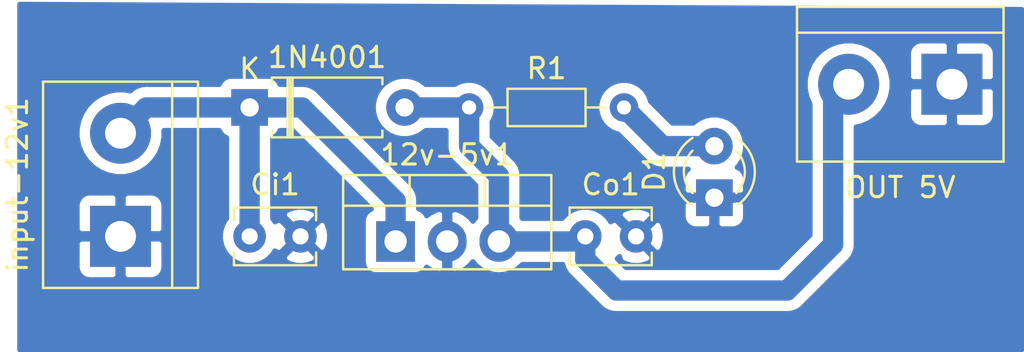
<source format=kicad_pcb>
(kicad_pcb (version 20171130) (host pcbnew "(5.1.5)-3")

  (general
    (thickness 1.6)
    (drawings 0)
    (tracks 22)
    (zones 0)
    (modules 8)
    (nets 5)
  )

  (page A4)
  (layers
    (0 F.Cu signal)
    (31 B.Cu signal)
    (32 B.Adhes user)
    (33 F.Adhes user)
    (34 B.Paste user)
    (35 F.Paste user)
    (36 B.SilkS user)
    (37 F.SilkS user)
    (38 B.Mask user)
    (39 F.Mask user)
    (40 Dwgs.User user)
    (41 Cmts.User user)
    (42 Eco1.User user)
    (43 Eco2.User user)
    (44 Edge.Cuts user)
    (45 Margin user)
    (46 B.CrtYd user)
    (47 F.CrtYd user)
    (48 B.Fab user)
    (49 F.Fab user)
  )

  (setup
    (last_trace_width 0.25)
    (user_trace_width 1)
    (trace_clearance 0.2)
    (zone_clearance 0.508)
    (zone_45_only no)
    (trace_min 0.2)
    (via_size 0.8)
    (via_drill 0.4)
    (via_min_size 0.4)
    (via_min_drill 0.3)
    (uvia_size 0.3)
    (uvia_drill 0.1)
    (uvias_allowed no)
    (uvia_min_size 0.2)
    (uvia_min_drill 0.1)
    (edge_width 0.05)
    (segment_width 0.2)
    (pcb_text_width 0.3)
    (pcb_text_size 1.5 1.5)
    (mod_edge_width 0.12)
    (mod_text_size 1 1)
    (mod_text_width 0.15)
    (pad_size 1.6 1.6)
    (pad_drill 0.92)
    (pad_to_mask_clearance 0.051)
    (solder_mask_min_width 0.25)
    (aux_axis_origin 0 0)
    (visible_elements 7FFFFFFF)
    (pcbplotparams
      (layerselection 0x010fc_ffffffff)
      (usegerberextensions false)
      (usegerberattributes false)
      (usegerberadvancedattributes false)
      (creategerberjobfile false)
      (excludeedgelayer true)
      (linewidth 0.100000)
      (plotframeref false)
      (viasonmask false)
      (mode 1)
      (useauxorigin false)
      (hpglpennumber 1)
      (hpglpenspeed 20)
      (hpglpendiameter 15.000000)
      (psnegative false)
      (psa4output false)
      (plotreference true)
      (plotvalue true)
      (plotinvisibletext false)
      (padsonsilk false)
      (subtractmaskfromsilk false)
      (outputformat 1)
      (mirror false)
      (drillshape 1)
      (scaleselection 1)
      (outputdirectory ""))
  )

  (net 0 "")
  (net 1 "Net-(12v-5v1-Pad3)")
  (net 2 GND)
  (net 3 "Net-(12v-5v1-Pad1)")
  (net 4 "Net-(D1-Pad2)")

  (net_class Default "Esta es la clase de red por defecto."
    (clearance 0.2)
    (trace_width 0.25)
    (via_dia 0.8)
    (via_drill 0.4)
    (uvia_dia 0.3)
    (uvia_drill 0.1)
    (add_net GND)
    (add_net "Net-(12v-5v1-Pad1)")
    (add_net "Net-(12v-5v1-Pad3)")
    (add_net "Net-(D1-Pad2)")
  )

  (module TerminalBlock:TerminalBlock_bornier-2_P5.08mm (layer F.Cu) (tedit 5EFA0EA4) (tstamp 5EFA7123)
    (at 124.714 68.072 180)
    (descr "simple 2-pin terminal block, pitch 5.08mm, revamped version of bornier2")
    (tags "terminal block bornier2")
    (fp_text reference "OUT 5V" (at 2.54 -5.08) (layer F.SilkS)
      (effects (font (size 1 1) (thickness 0.15)))
    )
    (fp_text value TerminalBlock_bornier-2_P5.08mm (at 10.414 3.302) (layer F.Fab)
      (effects (font (size 1 1) (thickness 0.15)))
    )
    (fp_line (start 7.79 4) (end -2.71 4) (layer F.CrtYd) (width 0.05))
    (fp_line (start 7.79 4) (end 7.79 -4) (layer F.CrtYd) (width 0.05))
    (fp_line (start -2.71 -4) (end -2.71 4) (layer F.CrtYd) (width 0.05))
    (fp_line (start -2.71 -4) (end 7.79 -4) (layer F.CrtYd) (width 0.05))
    (fp_line (start -2.54 3.81) (end 7.62 3.81) (layer F.SilkS) (width 0.12))
    (fp_line (start -2.54 -3.81) (end -2.54 3.81) (layer F.SilkS) (width 0.12))
    (fp_line (start 7.62 -3.81) (end -2.54 -3.81) (layer F.SilkS) (width 0.12))
    (fp_line (start 7.62 3.81) (end 7.62 -3.81) (layer F.SilkS) (width 0.12))
    (fp_line (start 7.62 2.54) (end -2.54 2.54) (layer F.SilkS) (width 0.12))
    (fp_line (start 7.54 -3.75) (end -2.46 -3.75) (layer F.Fab) (width 0.1))
    (fp_line (start 7.54 3.75) (end 7.54 -3.75) (layer F.Fab) (width 0.1))
    (fp_line (start -2.46 3.75) (end 7.54 3.75) (layer F.Fab) (width 0.1))
    (fp_line (start -2.46 -3.75) (end -2.46 3.75) (layer F.Fab) (width 0.1))
    (fp_line (start -2.41 2.55) (end 7.49 2.55) (layer F.Fab) (width 0.1))
    (fp_text user %R (at 2.54 0) (layer F.Fab)
      (effects (font (size 1 1) (thickness 0.15)))
    )
    (pad 2 thru_hole circle (at 5.08 0 180) (size 3 3) (drill 1.52) (layers *.Cu *.Mask)
      (net 1 "Net-(12v-5v1-Pad3)"))
    (pad 1 thru_hole rect (at 0 0 180) (size 3 3) (drill 1.52) (layers *.Cu *.Mask)
      (net 2 GND))
    (model ${KISYS3DMOD}/TerminalBlock.3dshapes/TerminalBlock_bornier-2_P5.08mm.wrl
      (offset (xyz 2.539999961853027 0 0))
      (scale (xyz 1 1 1))
      (rotate (xyz 0 0 0))
    )
  )

  (module Capacitor_THT:C_Disc_D3.8mm_W2.6mm_P2.50mm (layer F.Cu) (tedit 5AE50EF0) (tstamp 5DCAF9E4)
    (at 90.17 75.565)
    (descr "C, Disc series, Radial, pin pitch=2.50mm, , diameter*width=3.8*2.6mm^2, Capacitor, http://www.vishay.com/docs/45233/krseries.pdf")
    (tags "C Disc series Radial pin pitch 2.50mm  diameter 3.8mm width 2.6mm Capacitor")
    (path /5DCAA16A)
    (fp_text reference Ci1 (at 1.25 -2.55) (layer F.SilkS)
      (effects (font (size 1 1) (thickness 0.15)))
    )
    (fp_text value 330n (at 1.25 2.55) (layer F.Fab)
      (effects (font (size 1 1) (thickness 0.15)))
    )
    (fp_text user %R (at 1.25 0) (layer F.Fab)
      (effects (font (size 0.76 0.76) (thickness 0.114)))
    )
    (fp_line (start 3.55 -1.55) (end -1.05 -1.55) (layer F.CrtYd) (width 0.05))
    (fp_line (start 3.55 1.55) (end 3.55 -1.55) (layer F.CrtYd) (width 0.05))
    (fp_line (start -1.05 1.55) (end 3.55 1.55) (layer F.CrtYd) (width 0.05))
    (fp_line (start -1.05 -1.55) (end -1.05 1.55) (layer F.CrtYd) (width 0.05))
    (fp_line (start 3.27 0.795) (end 3.27 1.42) (layer F.SilkS) (width 0.12))
    (fp_line (start 3.27 -1.42) (end 3.27 -0.795) (layer F.SilkS) (width 0.12))
    (fp_line (start -0.77 0.795) (end -0.77 1.42) (layer F.SilkS) (width 0.12))
    (fp_line (start -0.77 -1.42) (end -0.77 -0.795) (layer F.SilkS) (width 0.12))
    (fp_line (start -0.77 1.42) (end 3.27 1.42) (layer F.SilkS) (width 0.12))
    (fp_line (start -0.77 -1.42) (end 3.27 -1.42) (layer F.SilkS) (width 0.12))
    (fp_line (start 3.15 -1.3) (end -0.65 -1.3) (layer F.Fab) (width 0.1))
    (fp_line (start 3.15 1.3) (end 3.15 -1.3) (layer F.Fab) (width 0.1))
    (fp_line (start -0.65 1.3) (end 3.15 1.3) (layer F.Fab) (width 0.1))
    (fp_line (start -0.65 -1.3) (end -0.65 1.3) (layer F.Fab) (width 0.1))
    (pad 2 thru_hole circle (at 2.5 0) (size 1.6 1.6) (drill 0.8) (layers *.Cu *.Mask)
      (net 2 GND))
    (pad 1 thru_hole circle (at 0 0) (size 1.6 1.6) (drill 0.8) (layers *.Cu *.Mask)
      (net 3 "Net-(12v-5v1-Pad1)"))
    (model ${KISYS3DMOD}/Capacitor_THT.3dshapes/C_Disc_D3.8mm_W2.6mm_P2.50mm.wrl
      (at (xyz 0 0 0))
      (scale (xyz 1 1 1))
      (rotate (xyz 0 0 0))
    )
  )

  (module Package_TO_SOT_THT:TO-220-3_Vertical (layer F.Cu) (tedit 5AC8BA0D) (tstamp 5DCAF9B6)
    (at 97.350001 75.815001)
    (descr "TO-220-3, Vertical, RM 2.54mm, see https://www.vishay.com/docs/66542/to-220-1.pdf")
    (tags "TO-220-3 Vertical RM 2.54mm")
    (path /5DCA912E)
    (fp_text reference 12v-5v1 (at 2.54 -4.27) (layer F.SilkS)
      (effects (font (size 1 1) (thickness 0.15)))
    )
    (fp_text value LM7805_TO220 (at 2.54 2.5) (layer F.Fab)
      (effects (font (size 1 1) (thickness 0.15)))
    )
    (fp_text user %R (at 2.54 -4.27) (layer F.Fab)
      (effects (font (size 1 1) (thickness 0.15)))
    )
    (fp_line (start 7.79 -3.4) (end -2.71 -3.4) (layer F.CrtYd) (width 0.05))
    (fp_line (start 7.79 1.51) (end 7.79 -3.4) (layer F.CrtYd) (width 0.05))
    (fp_line (start -2.71 1.51) (end 7.79 1.51) (layer F.CrtYd) (width 0.05))
    (fp_line (start -2.71 -3.4) (end -2.71 1.51) (layer F.CrtYd) (width 0.05))
    (fp_line (start 4.391 -3.27) (end 4.391 -1.76) (layer F.SilkS) (width 0.12))
    (fp_line (start 0.69 -3.27) (end 0.69 -1.76) (layer F.SilkS) (width 0.12))
    (fp_line (start -2.58 -1.76) (end 7.66 -1.76) (layer F.SilkS) (width 0.12))
    (fp_line (start 7.66 -3.27) (end 7.66 1.371) (layer F.SilkS) (width 0.12))
    (fp_line (start -2.58 -3.27) (end -2.58 1.371) (layer F.SilkS) (width 0.12))
    (fp_line (start -2.58 1.371) (end 7.66 1.371) (layer F.SilkS) (width 0.12))
    (fp_line (start -2.58 -3.27) (end 7.66 -3.27) (layer F.SilkS) (width 0.12))
    (fp_line (start 4.39 -3.15) (end 4.39 -1.88) (layer F.Fab) (width 0.1))
    (fp_line (start 0.69 -3.15) (end 0.69 -1.88) (layer F.Fab) (width 0.1))
    (fp_line (start -2.46 -1.88) (end 7.54 -1.88) (layer F.Fab) (width 0.1))
    (fp_line (start 7.54 -3.15) (end -2.46 -3.15) (layer F.Fab) (width 0.1))
    (fp_line (start 7.54 1.25) (end 7.54 -3.15) (layer F.Fab) (width 0.1))
    (fp_line (start -2.46 1.25) (end 7.54 1.25) (layer F.Fab) (width 0.1))
    (fp_line (start -2.46 -3.15) (end -2.46 1.25) (layer F.Fab) (width 0.1))
    (pad 3 thru_hole oval (at 5.08 0) (size 1.905 2) (drill 1.1) (layers *.Cu *.Mask)
      (net 1 "Net-(12v-5v1-Pad3)"))
    (pad 2 thru_hole oval (at 2.54 0) (size 1.905 2) (drill 1.1) (layers *.Cu *.Mask)
      (net 2 GND))
    (pad 1 thru_hole rect (at 0 0) (size 1.905 2) (drill 1.1) (layers *.Cu *.Mask)
      (net 3 "Net-(12v-5v1-Pad1)"))
    (model ${KISYS3DMOD}/Package_TO_SOT_THT.3dshapes/TO-220-3_Vertical.wrl
      (at (xyz 0 0 0))
      (scale (xyz 1 1 1))
      (rotate (xyz 0 0 0))
    )
  )

  (module LED_THT:LED_D3.0mm (layer F.Cu) (tedit 587A3A7B) (tstamp 5DCAF9A4)
    (at 113.03 73.66 90)
    (descr "LED, diameter 3.0mm, 2 pins")
    (tags "LED diameter 3.0mm 2 pins")
    (path /5DCB1474)
    (fp_text reference D1 (at 1.27 -2.96 90) (layer F.SilkS)
      (effects (font (size 1 1) (thickness 0.15)))
    )
    (fp_text value LED (at 1.27 2.96 90) (layer F.Fab)
      (effects (font (size 1 1) (thickness 0.15)))
    )
    (fp_line (start 3.7 -2.25) (end -1.15 -2.25) (layer F.CrtYd) (width 0.05))
    (fp_line (start 3.7 2.25) (end 3.7 -2.25) (layer F.CrtYd) (width 0.05))
    (fp_line (start -1.15 2.25) (end 3.7 2.25) (layer F.CrtYd) (width 0.05))
    (fp_line (start -1.15 -2.25) (end -1.15 2.25) (layer F.CrtYd) (width 0.05))
    (fp_line (start -0.29 1.08) (end -0.29 1.236) (layer F.SilkS) (width 0.12))
    (fp_line (start -0.29 -1.236) (end -0.29 -1.08) (layer F.SilkS) (width 0.12))
    (fp_line (start -0.23 -1.16619) (end -0.23 1.16619) (layer F.Fab) (width 0.1))
    (fp_circle (center 1.27 0) (end 2.77 0) (layer F.Fab) (width 0.1))
    (fp_arc (start 1.27 0) (end 0.229039 1.08) (angle -87.9) (layer F.SilkS) (width 0.12))
    (fp_arc (start 1.27 0) (end 0.229039 -1.08) (angle 87.9) (layer F.SilkS) (width 0.12))
    (fp_arc (start 1.27 0) (end -0.29 1.235516) (angle -108.8) (layer F.SilkS) (width 0.12))
    (fp_arc (start 1.27 0) (end -0.29 -1.235516) (angle 108.8) (layer F.SilkS) (width 0.12))
    (fp_arc (start 1.27 0) (end -0.23 -1.16619) (angle 284.3) (layer F.Fab) (width 0.1))
    (pad 2 thru_hole circle (at 2.54 0 90) (size 1.8 1.8) (drill 0.9) (layers *.Cu *.Mask)
      (net 4 "Net-(D1-Pad2)"))
    (pad 1 thru_hole rect (at 0 0 90) (size 1.8 1.8) (drill 0.9) (layers *.Cu *.Mask)
      (net 2 GND))
    (model ${KISYS3DMOD}/LED_THT.3dshapes/LED_D3.0mm.wrl
      (at (xyz 0 0 0))
      (scale (xyz 1 1 1))
      (rotate (xyz 0 0 0))
    )
  )

  (module Diode_THT:D_A-405_P7.62mm_Horizontal (layer F.Cu) (tedit 5AE50CD5) (tstamp 5DCAF986)
    (at 90.17 69.215)
    (descr "Diode, A-405 series, Axial, Horizontal, pin pitch=7.62mm, , length*diameter=5.2*2.7mm^2, , http://www.diodes.com/_files/packages/A-405.pdf")
    (tags "Diode A-405 series Axial Horizontal pin pitch 7.62mm  length 5.2mm diameter 2.7mm")
    (path /5DCAB4F4)
    (fp_text reference 1N4001 (at 3.81 -2.47) (layer F.SilkS)
      (effects (font (size 1 1) (thickness 0.15)))
    )
    (fp_text value D (at 3.81 2.47) (layer F.Fab)
      (effects (font (size 1 1) (thickness 0.15)))
    )
    (fp_text user K (at 0 -1.9) (layer F.SilkS)
      (effects (font (size 1 1) (thickness 0.15)))
    )
    (fp_text user K (at 0 -1.9) (layer F.Fab)
      (effects (font (size 1 1) (thickness 0.15)))
    )
    (fp_text user %R (at 4.2 0) (layer F.Fab)
      (effects (font (size 1 1) (thickness 0.15)))
    )
    (fp_line (start 8.77 -1.6) (end -1.15 -1.6) (layer F.CrtYd) (width 0.05))
    (fp_line (start 8.77 1.6) (end 8.77 -1.6) (layer F.CrtYd) (width 0.05))
    (fp_line (start -1.15 1.6) (end 8.77 1.6) (layer F.CrtYd) (width 0.05))
    (fp_line (start -1.15 -1.6) (end -1.15 1.6) (layer F.CrtYd) (width 0.05))
    (fp_line (start 1.87 -1.47) (end 1.87 1.47) (layer F.SilkS) (width 0.12))
    (fp_line (start 2.11 -1.47) (end 2.11 1.47) (layer F.SilkS) (width 0.12))
    (fp_line (start 1.99 -1.47) (end 1.99 1.47) (layer F.SilkS) (width 0.12))
    (fp_line (start 6.53 1.47) (end 6.53 1.14) (layer F.SilkS) (width 0.12))
    (fp_line (start 1.09 1.47) (end 6.53 1.47) (layer F.SilkS) (width 0.12))
    (fp_line (start 1.09 1.14) (end 1.09 1.47) (layer F.SilkS) (width 0.12))
    (fp_line (start 6.53 -1.47) (end 6.53 -1.14) (layer F.SilkS) (width 0.12))
    (fp_line (start 1.09 -1.47) (end 6.53 -1.47) (layer F.SilkS) (width 0.12))
    (fp_line (start 1.09 -1.14) (end 1.09 -1.47) (layer F.SilkS) (width 0.12))
    (fp_line (start 1.89 -1.35) (end 1.89 1.35) (layer F.Fab) (width 0.1))
    (fp_line (start 2.09 -1.35) (end 2.09 1.35) (layer F.Fab) (width 0.1))
    (fp_line (start 1.99 -1.35) (end 1.99 1.35) (layer F.Fab) (width 0.1))
    (fp_line (start 7.62 0) (end 6.41 0) (layer F.Fab) (width 0.1))
    (fp_line (start 0 0) (end 1.21 0) (layer F.Fab) (width 0.1))
    (fp_line (start 6.41 -1.35) (end 1.21 -1.35) (layer F.Fab) (width 0.1))
    (fp_line (start 6.41 1.35) (end 6.41 -1.35) (layer F.Fab) (width 0.1))
    (fp_line (start 1.21 1.35) (end 6.41 1.35) (layer F.Fab) (width 0.1))
    (fp_line (start 1.21 -1.35) (end 1.21 1.35) (layer F.Fab) (width 0.1))
    (pad 2 thru_hole oval (at 7.62 0) (size 1.8 1.8) (drill 0.9) (layers *.Cu *.Mask)
      (net 1 "Net-(12v-5v1-Pad3)"))
    (pad 1 thru_hole rect (at 0 0) (size 1.8 1.8) (drill 0.9) (layers *.Cu *.Mask)
      (net 3 "Net-(12v-5v1-Pad1)"))
    (model ${KISYS3DMOD}/Diode_THT.3dshapes/D_A-405_P7.62mm_Horizontal.wrl
      (at (xyz 0 0 0))
      (scale (xyz 1 1 1))
      (rotate (xyz 0 0 0))
    )
  )

  (module Capacitor_THT:C_Disc_D3.8mm_W2.6mm_P2.50mm (layer F.Cu) (tedit 5AE50EF0) (tstamp 5DCAF972)
    (at 106.68 75.565)
    (descr "C, Disc series, Radial, pin pitch=2.50mm, , diameter*width=3.8*2.6mm^2, Capacitor, http://www.vishay.com/docs/45233/krseries.pdf")
    (tags "C Disc series Radial pin pitch 2.50mm  diameter 3.8mm width 2.6mm Capacitor")
    (path /5DCAAE50)
    (fp_text reference Co1 (at 1.25 -2.55) (layer F.SilkS)
      (effects (font (size 1 1) (thickness 0.15)))
    )
    (fp_text value 100n (at 1.25 2.55) (layer F.Fab)
      (effects (font (size 1 1) (thickness 0.15)))
    )
    (fp_text user %R (at 1.25 0) (layer F.Fab)
      (effects (font (size 0.76 0.76) (thickness 0.114)))
    )
    (fp_line (start 3.55 -1.55) (end -1.05 -1.55) (layer F.CrtYd) (width 0.05))
    (fp_line (start 3.55 1.55) (end 3.55 -1.55) (layer F.CrtYd) (width 0.05))
    (fp_line (start -1.05 1.55) (end 3.55 1.55) (layer F.CrtYd) (width 0.05))
    (fp_line (start -1.05 -1.55) (end -1.05 1.55) (layer F.CrtYd) (width 0.05))
    (fp_line (start 3.27 0.795) (end 3.27 1.42) (layer F.SilkS) (width 0.12))
    (fp_line (start 3.27 -1.42) (end 3.27 -0.795) (layer F.SilkS) (width 0.12))
    (fp_line (start -0.77 0.795) (end -0.77 1.42) (layer F.SilkS) (width 0.12))
    (fp_line (start -0.77 -1.42) (end -0.77 -0.795) (layer F.SilkS) (width 0.12))
    (fp_line (start -0.77 1.42) (end 3.27 1.42) (layer F.SilkS) (width 0.12))
    (fp_line (start -0.77 -1.42) (end 3.27 -1.42) (layer F.SilkS) (width 0.12))
    (fp_line (start 3.15 -1.3) (end -0.65 -1.3) (layer F.Fab) (width 0.1))
    (fp_line (start 3.15 1.3) (end 3.15 -1.3) (layer F.Fab) (width 0.1))
    (fp_line (start -0.65 1.3) (end 3.15 1.3) (layer F.Fab) (width 0.1))
    (fp_line (start -0.65 -1.3) (end -0.65 1.3) (layer F.Fab) (width 0.1))
    (pad 2 thru_hole circle (at 2.5 0) (size 1.6 1.6) (drill 0.8) (layers *.Cu *.Mask)
      (net 2 GND))
    (pad 1 thru_hole circle (at 0 0) (size 1.6 1.6) (drill 0.8) (layers *.Cu *.Mask)
      (net 1 "Net-(12v-5v1-Pad3)"))
    (model ${KISYS3DMOD}/Capacitor_THT.3dshapes/C_Disc_D3.8mm_W2.6mm_P2.50mm.wrl
      (at (xyz 0 0 0))
      (scale (xyz 1 1 1))
      (rotate (xyz 0 0 0))
    )
  )

  (module Resistor_THT:R_Axial_DIN0204_L3.6mm_D1.6mm_P7.62mm_Horizontal (layer F.Cu) (tedit 5AE5139B) (tstamp 5DCAF95C)
    (at 100.965 69.215)
    (descr "Resistor, Axial_DIN0204 series, Axial, Horizontal, pin pitch=7.62mm, 0.167W, length*diameter=3.6*1.6mm^2, http://cdn-reichelt.de/documents/datenblatt/B400/1_4W%23YAG.pdf")
    (tags "Resistor Axial_DIN0204 series Axial Horizontal pin pitch 7.62mm 0.167W length 3.6mm diameter 1.6mm")
    (path /5DCB0AEF)
    (fp_text reference R1 (at 3.81 -1.92) (layer F.SilkS)
      (effects (font (size 1 1) (thickness 0.15)))
    )
    (fp_text value 1K (at 3.81 1.92) (layer F.Fab)
      (effects (font (size 1 1) (thickness 0.15)))
    )
    (fp_text user %R (at 3.81 0) (layer F.Fab)
      (effects (font (size 0.72 0.72) (thickness 0.108)))
    )
    (fp_line (start 8.57 -1.05) (end -0.95 -1.05) (layer F.CrtYd) (width 0.05))
    (fp_line (start 8.57 1.05) (end 8.57 -1.05) (layer F.CrtYd) (width 0.05))
    (fp_line (start -0.95 1.05) (end 8.57 1.05) (layer F.CrtYd) (width 0.05))
    (fp_line (start -0.95 -1.05) (end -0.95 1.05) (layer F.CrtYd) (width 0.05))
    (fp_line (start 6.68 0) (end 5.73 0) (layer F.SilkS) (width 0.12))
    (fp_line (start 0.94 0) (end 1.89 0) (layer F.SilkS) (width 0.12))
    (fp_line (start 5.73 -0.92) (end 1.89 -0.92) (layer F.SilkS) (width 0.12))
    (fp_line (start 5.73 0.92) (end 5.73 -0.92) (layer F.SilkS) (width 0.12))
    (fp_line (start 1.89 0.92) (end 5.73 0.92) (layer F.SilkS) (width 0.12))
    (fp_line (start 1.89 -0.92) (end 1.89 0.92) (layer F.SilkS) (width 0.12))
    (fp_line (start 7.62 0) (end 5.61 0) (layer F.Fab) (width 0.1))
    (fp_line (start 0 0) (end 2.01 0) (layer F.Fab) (width 0.1))
    (fp_line (start 5.61 -0.8) (end 2.01 -0.8) (layer F.Fab) (width 0.1))
    (fp_line (start 5.61 0.8) (end 5.61 -0.8) (layer F.Fab) (width 0.1))
    (fp_line (start 2.01 0.8) (end 5.61 0.8) (layer F.Fab) (width 0.1))
    (fp_line (start 2.01 -0.8) (end 2.01 0.8) (layer F.Fab) (width 0.1))
    (pad 2 thru_hole oval (at 7.62 0) (size 1.4 1.4) (drill 0.7) (layers *.Cu *.Mask)
      (net 4 "Net-(D1-Pad2)"))
    (pad 1 thru_hole circle (at 0 0) (size 1.4 1.4) (drill 0.7) (layers *.Cu *.Mask)
      (net 1 "Net-(12v-5v1-Pad3)"))
    (model ${KISYS3DMOD}/Resistor_THT.3dshapes/R_Axial_DIN0204_L3.6mm_D1.6mm_P7.62mm_Horizontal.wrl
      (at (xyz 0 0 0))
      (scale (xyz 1 1 1))
      (rotate (xyz 0 0 0))
    )
  )

  (module TerminalBlock:TerminalBlock_bornier-2_P5.08mm (layer F.Cu) (tedit 59FF03AB) (tstamp 5DCAF948)
    (at 83.82 75.565 90)
    (descr "simple 2-pin terminal block, pitch 5.08mm, revamped version of bornier2")
    (tags "terminal block bornier2")
    (path /5DCAD1DF)
    (fp_text reference input-12v1 (at 2.54 -5.08 90) (layer F.SilkS)
      (effects (font (size 1 1) (thickness 0.15)))
    )
    (fp_text value 12v (at 2.54 5.08 90) (layer F.Fab)
      (effects (font (size 1 1) (thickness 0.15)))
    )
    (fp_line (start 7.79 4) (end -2.71 4) (layer F.CrtYd) (width 0.05))
    (fp_line (start 7.79 4) (end 7.79 -4) (layer F.CrtYd) (width 0.05))
    (fp_line (start -2.71 -4) (end -2.71 4) (layer F.CrtYd) (width 0.05))
    (fp_line (start -2.71 -4) (end 7.79 -4) (layer F.CrtYd) (width 0.05))
    (fp_line (start -2.54 3.81) (end 7.62 3.81) (layer F.SilkS) (width 0.12))
    (fp_line (start -2.54 -3.81) (end -2.54 3.81) (layer F.SilkS) (width 0.12))
    (fp_line (start 7.62 -3.81) (end -2.54 -3.81) (layer F.SilkS) (width 0.12))
    (fp_line (start 7.62 3.81) (end 7.62 -3.81) (layer F.SilkS) (width 0.12))
    (fp_line (start 7.62 2.54) (end -2.54 2.54) (layer F.SilkS) (width 0.12))
    (fp_line (start 7.54 -3.75) (end -2.46 -3.75) (layer F.Fab) (width 0.1))
    (fp_line (start 7.54 3.75) (end 7.54 -3.75) (layer F.Fab) (width 0.1))
    (fp_line (start -2.46 3.75) (end 7.54 3.75) (layer F.Fab) (width 0.1))
    (fp_line (start -2.46 -3.75) (end -2.46 3.75) (layer F.Fab) (width 0.1))
    (fp_line (start -2.41 2.55) (end 7.49 2.55) (layer F.Fab) (width 0.1))
    (fp_text user %R (at 2.54 0 90) (layer F.Fab)
      (effects (font (size 1 1) (thickness 0.15)))
    )
    (pad 2 thru_hole circle (at 5.08 0 90) (size 3 3) (drill 1.52) (layers *.Cu *.Mask)
      (net 3 "Net-(12v-5v1-Pad1)"))
    (pad 1 thru_hole rect (at 0 0 90) (size 3 3) (drill 1.52) (layers *.Cu *.Mask)
      (net 2 GND))
    (model ${KISYS3DMOD}/TerminalBlock.3dshapes/TerminalBlock_bornier-2_P5.08mm.wrl
      (offset (xyz 2.539999961853027 0 0))
      (scale (xyz 1 1 1))
      (rotate (xyz 0 0 0))
    )
  )

  (segment (start 97.79 69.215) (end 100.965 69.215) (width 1) (layer B.Cu) (net 1) (tstamp 5DCAFA0A))
  (segment (start 102.430001 72.585001) (end 102.430001 75.815001) (width 1) (layer B.Cu) (net 1) (tstamp 5DCAFA0C))
  (segment (start 106.429999 75.815001) (end 106.68 75.565) (width 1) (layer B.Cu) (net 1) (tstamp 5DCAFA10))
  (segment (start 100.965 69.215) (end 100.965 71.12) (width 1) (layer B.Cu) (net 1) (tstamp 5DCAFA11))
  (segment (start 100.965 71.12) (end 102.430001 72.585001) (width 1) (layer B.Cu) (net 1) (tstamp 5DCAFA12))
  (segment (start 102.430001 75.815001) (end 106.429999 75.815001) (width 1) (layer B.Cu) (net 1) (tstamp 5DCAFA17))
  (segment (start 116.608 78.232) (end 118.872 75.968) (width 1) (layer B.Cu) (net 1))
  (segment (start 108.21563 78.232) (end 116.608 78.232) (width 1) (layer B.Cu) (net 1))
  (segment (start 118.872 75.968) (end 118.872 74.168) (width 1) (layer B.Cu) (net 1))
  (segment (start 106.68 75.565) (end 106.68 76.69637) (width 1) (layer B.Cu) (net 1))
  (segment (start 106.68 76.69637) (end 108.21563 78.232) (width 1) (layer B.Cu) (net 1))
  (segment (start 118.872 68.834) (end 119.634 68.072) (width 1) (layer B.Cu) (net 1))
  (segment (start 118.872 74.168) (end 118.872 68.834) (width 1) (layer B.Cu) (net 1))
  (segment (start 90.17 69.215) (end 85.09 69.215) (width 1) (layer B.Cu) (net 3) (tstamp 5DCAFA07))
  (segment (start 92.75 69.215) (end 92.07 69.215) (width 1) (layer B.Cu) (net 3) (tstamp 5DCAFA08))
  (segment (start 92.07 69.215) (end 90.17 69.215) (width 1) (layer B.Cu) (net 3) (tstamp 5DCAFA09))
  (segment (start 85.09 69.215) (end 83.82 70.485) (width 1) (layer B.Cu) (net 3) (tstamp 5DCAFA0F))
  (segment (start 97.350001 75.815001) (end 97.350001 73.815001) (width 1) (layer B.Cu) (net 3) (tstamp 5DCAFA13))
  (segment (start 90.17 75.565) (end 90.17 69.215) (width 1) (layer B.Cu) (net 3) (tstamp 5DCAFA14))
  (segment (start 97.350001 73.815001) (end 92.75 69.215) (width 1) (layer B.Cu) (net 3) (tstamp 5DCAFA19))
  (segment (start 110.49 71.12) (end 108.585 69.215) (width 1) (layer B.Cu) (net 4) (tstamp 5DCAFA16))
  (segment (start 113.03 71.12) (end 110.49 71.12) (width 1) (layer B.Cu) (net 4) (tstamp 5DCAFA18))

  (zone (net 2) (net_name GND) (layer B.Cu) (tstamp 5EFA7188) (hatch edge 0.508)
    (connect_pads (clearance 0.508))
    (min_thickness 0.254)
    (fill yes (arc_segments 32) (thermal_gap 0.508) (thermal_bridge_width 0.508))
    (polygon
      (pts
        (xy 78.74 64.008) (xy 128.27 64.262) (xy 128.27 81.28) (xy 78.74 81.28)
      )
    )
    (filled_polygon
      (pts
        (xy 128.143 64.38835) (xy 128.143 81.153) (xy 78.867 81.153) (xy 78.867 77.065) (xy 81.681928 77.065)
        (xy 81.694188 77.189482) (xy 81.730498 77.30918) (xy 81.789463 77.419494) (xy 81.868815 77.516185) (xy 81.965506 77.595537)
        (xy 82.07582 77.654502) (xy 82.195518 77.690812) (xy 82.32 77.703072) (xy 83.53425 77.7) (xy 83.693 77.54125)
        (xy 83.693 75.692) (xy 83.947 75.692) (xy 83.947 77.54125) (xy 84.10575 77.7) (xy 85.32 77.703072)
        (xy 85.444482 77.690812) (xy 85.56418 77.654502) (xy 85.674494 77.595537) (xy 85.771185 77.516185) (xy 85.850537 77.419494)
        (xy 85.909502 77.30918) (xy 85.945812 77.189482) (xy 85.958072 77.065) (xy 85.955 75.85075) (xy 85.79625 75.692)
        (xy 83.947 75.692) (xy 83.693 75.692) (xy 81.84375 75.692) (xy 81.685 75.85075) (xy 81.681928 77.065)
        (xy 78.867 77.065) (xy 78.867 74.065) (xy 81.681928 74.065) (xy 81.685 75.27925) (xy 81.84375 75.438)
        (xy 83.693 75.438) (xy 83.693 73.58875) (xy 83.947 73.58875) (xy 83.947 75.438) (xy 85.79625 75.438)
        (xy 85.955 75.27925) (xy 85.958072 74.065) (xy 85.945812 73.940518) (xy 85.909502 73.82082) (xy 85.850537 73.710506)
        (xy 85.771185 73.613815) (xy 85.674494 73.534463) (xy 85.56418 73.475498) (xy 85.444482 73.439188) (xy 85.32 73.426928)
        (xy 84.10575 73.43) (xy 83.947 73.58875) (xy 83.693 73.58875) (xy 83.53425 73.43) (xy 82.32 73.426928)
        (xy 82.195518 73.439188) (xy 82.07582 73.475498) (xy 81.965506 73.534463) (xy 81.868815 73.613815) (xy 81.789463 73.710506)
        (xy 81.730498 73.82082) (xy 81.694188 73.940518) (xy 81.681928 74.065) (xy 78.867 74.065) (xy 78.867 70.274721)
        (xy 81.685 70.274721) (xy 81.685 70.695279) (xy 81.767047 71.107756) (xy 81.927988 71.496302) (xy 82.161637 71.845983)
        (xy 82.459017 72.143363) (xy 82.808698 72.377012) (xy 83.197244 72.537953) (xy 83.609721 72.62) (xy 84.030279 72.62)
        (xy 84.442756 72.537953) (xy 84.831302 72.377012) (xy 85.180983 72.143363) (xy 85.478363 71.845983) (xy 85.712012 71.496302)
        (xy 85.872953 71.107756) (xy 85.955 70.695279) (xy 85.955 70.35) (xy 88.677713 70.35) (xy 88.680498 70.35918)
        (xy 88.739463 70.469494) (xy 88.818815 70.566185) (xy 88.915506 70.645537) (xy 89.02582 70.704502) (xy 89.035001 70.707287)
        (xy 89.035 74.680716) (xy 88.89832 74.885273) (xy 88.790147 75.146426) (xy 88.735 75.423665) (xy 88.735 75.706335)
        (xy 88.790147 75.983574) (xy 88.89832 76.244727) (xy 89.055363 76.479759) (xy 89.255241 76.679637) (xy 89.490273 76.83668)
        (xy 89.751426 76.944853) (xy 90.028665 77) (xy 90.311335 77) (xy 90.588574 76.944853) (xy 90.849727 76.83668)
        (xy 91.084759 76.679637) (xy 91.206694 76.557702) (xy 91.856903 76.557702) (xy 91.928486 76.801671) (xy 92.183996 76.922571)
        (xy 92.458184 76.9913) (xy 92.740512 77.005217) (xy 93.02013 76.963787) (xy 93.286292 76.868603) (xy 93.411514 76.801671)
        (xy 93.483097 76.557702) (xy 92.67 75.744605) (xy 91.856903 76.557702) (xy 91.206694 76.557702) (xy 91.284637 76.479759)
        (xy 91.418692 76.279131) (xy 91.433329 76.306514) (xy 91.677298 76.378097) (xy 92.490395 75.565) (xy 92.849605 75.565)
        (xy 93.662702 76.378097) (xy 93.906671 76.306514) (xy 94.027571 76.051004) (xy 94.0963 75.776816) (xy 94.110217 75.494488)
        (xy 94.068787 75.21487) (xy 93.973603 74.948708) (xy 93.906671 74.823486) (xy 93.662702 74.751903) (xy 92.849605 75.565)
        (xy 92.490395 75.565) (xy 91.677298 74.751903) (xy 91.433329 74.823486) (xy 91.419676 74.852341) (xy 91.305 74.680716)
        (xy 91.305 74.572298) (xy 91.856903 74.572298) (xy 92.67 75.385395) (xy 93.483097 74.572298) (xy 93.411514 74.328329)
        (xy 93.156004 74.207429) (xy 92.881816 74.1387) (xy 92.599488 74.124783) (xy 92.31987 74.166213) (xy 92.053708 74.261397)
        (xy 91.928486 74.328329) (xy 91.856903 74.572298) (xy 91.305 74.572298) (xy 91.305 70.707287) (xy 91.31418 70.704502)
        (xy 91.424494 70.645537) (xy 91.521185 70.566185) (xy 91.600537 70.469494) (xy 91.659502 70.35918) (xy 91.662287 70.35)
        (xy 92.279869 70.35) (xy 96.154891 74.225023) (xy 96.153321 74.225499) (xy 96.043007 74.284464) (xy 95.946316 74.363816)
        (xy 95.866964 74.460507) (xy 95.807999 74.570821) (xy 95.771689 74.690519) (xy 95.759429 74.815001) (xy 95.759429 76.815001)
        (xy 95.771689 76.939483) (xy 95.807999 77.059181) (xy 95.866964 77.169495) (xy 95.946316 77.266186) (xy 96.043007 77.345538)
        (xy 96.153321 77.404503) (xy 96.273019 77.440813) (xy 96.397501 77.453073) (xy 98.302501 77.453073) (xy 98.426983 77.440813)
        (xy 98.546681 77.404503) (xy 98.656995 77.345538) (xy 98.753686 77.266186) (xy 98.833038 77.169495) (xy 98.88206 77.077782)
        (xy 99.023078 77.19097) (xy 99.298907 77.334572) (xy 99.517021 77.405564) (xy 99.763001 77.285595) (xy 99.763001 75.942001)
        (xy 99.743001 75.942001) (xy 99.743001 75.688001) (xy 99.763001 75.688001) (xy 99.763001 74.344407) (xy 99.517021 74.224438)
        (xy 99.298907 74.29543) (xy 99.023078 74.439032) (xy 98.88206 74.55222) (xy 98.833038 74.460507) (xy 98.753686 74.363816)
        (xy 98.656995 74.284464) (xy 98.546681 74.225499) (xy 98.485001 74.206789) (xy 98.485001 73.870753) (xy 98.490492 73.815001)
        (xy 98.468578 73.592502) (xy 98.403677 73.378554) (xy 98.298285 73.181378) (xy 98.243255 73.114324) (xy 98.15645 73.008552)
        (xy 98.113142 72.97301) (xy 94.203948 69.063816) (xy 96.255 69.063816) (xy 96.255 69.366184) (xy 96.313989 69.662743)
        (xy 96.429701 69.942095) (xy 96.597688 70.193505) (xy 96.811495 70.407312) (xy 97.062905 70.575299) (xy 97.342257 70.691011)
        (xy 97.638816 70.75) (xy 97.941184 70.75) (xy 98.237743 70.691011) (xy 98.517095 70.575299) (xy 98.768505 70.407312)
        (xy 98.825817 70.35) (xy 99.830001 70.35) (xy 99.830001 71.064239) (xy 99.824509 71.12) (xy 99.846423 71.342498)
        (xy 99.911324 71.556446) (xy 99.95423 71.636717) (xy 100.016717 71.753623) (xy 100.158552 71.926449) (xy 100.20186 71.961991)
        (xy 101.295001 73.055133) (xy 101.295002 74.648112) (xy 101.154839 74.818901) (xy 100.999438 74.633686) (xy 100.756924 74.439032)
        (xy 100.481095 74.29543) (xy 100.262981 74.224438) (xy 100.017001 74.344407) (xy 100.017001 75.688001) (xy 100.037001 75.688001)
        (xy 100.037001 75.942001) (xy 100.017001 75.942001) (xy 100.017001 77.285595) (xy 100.262981 77.405564) (xy 100.481095 77.334572)
        (xy 100.756924 77.19097) (xy 100.999438 76.996316) (xy 101.154838 76.811102) (xy 101.302038 76.990464) (xy 101.543767 77.188846)
        (xy 101.819553 77.336256) (xy 102.118798 77.427031) (xy 102.430001 77.457682) (xy 102.741205 77.427031) (xy 103.04045 77.336256)
        (xy 103.316236 77.188846) (xy 103.557964 76.990464) (xy 103.591171 76.950001) (xy 105.570867 76.950001) (xy 105.626324 77.132817)
        (xy 105.731717 77.329993) (xy 105.873552 77.502819) (xy 105.91686 77.538361) (xy 107.373639 78.99514) (xy 107.409181 79.038449)
        (xy 107.582006 79.180283) (xy 107.582007 79.180284) (xy 107.779183 79.285676) (xy 107.993131 79.350577) (xy 108.21563 79.372491)
        (xy 108.271382 79.367) (xy 116.552249 79.367) (xy 116.608 79.372491) (xy 116.663751 79.367) (xy 116.663752 79.367)
        (xy 116.830499 79.350577) (xy 117.044447 79.285676) (xy 117.241623 79.180284) (xy 117.414449 79.038449) (xy 117.449996 78.995136)
        (xy 119.635146 76.809987) (xy 119.678449 76.774449) (xy 119.75626 76.679637) (xy 119.820284 76.601623) (xy 119.925676 76.404447)
        (xy 119.990577 76.190499) (xy 120.012491 75.968) (xy 120.007 75.912248) (xy 120.007 70.174633) (xy 120.256756 70.124953)
        (xy 120.645302 69.964012) (xy 120.994983 69.730363) (xy 121.153346 69.572) (xy 122.575928 69.572) (xy 122.588188 69.696482)
        (xy 122.624498 69.81618) (xy 122.683463 69.926494) (xy 122.762815 70.023185) (xy 122.859506 70.102537) (xy 122.96982 70.161502)
        (xy 123.089518 70.197812) (xy 123.214 70.210072) (xy 124.42825 70.207) (xy 124.587 70.04825) (xy 124.587 68.199)
        (xy 124.841 68.199) (xy 124.841 70.04825) (xy 124.99975 70.207) (xy 126.214 70.210072) (xy 126.338482 70.197812)
        (xy 126.45818 70.161502) (xy 126.568494 70.102537) (xy 126.665185 70.023185) (xy 126.744537 69.926494) (xy 126.803502 69.81618)
        (xy 126.839812 69.696482) (xy 126.852072 69.572) (xy 126.849 68.35775) (xy 126.69025 68.199) (xy 124.841 68.199)
        (xy 124.587 68.199) (xy 122.73775 68.199) (xy 122.579 68.35775) (xy 122.575928 69.572) (xy 121.153346 69.572)
        (xy 121.292363 69.432983) (xy 121.526012 69.083302) (xy 121.686953 68.694756) (xy 121.769 68.282279) (xy 121.769 67.861721)
        (xy 121.686953 67.449244) (xy 121.526012 67.060698) (xy 121.292363 66.711017) (xy 121.153346 66.572) (xy 122.575928 66.572)
        (xy 122.579 67.78625) (xy 122.73775 67.945) (xy 124.587 67.945) (xy 124.587 66.09575) (xy 124.841 66.09575)
        (xy 124.841 67.945) (xy 126.69025 67.945) (xy 126.849 67.78625) (xy 126.852072 66.572) (xy 126.839812 66.447518)
        (xy 126.803502 66.32782) (xy 126.744537 66.217506) (xy 126.665185 66.120815) (xy 126.568494 66.041463) (xy 126.45818 65.982498)
        (xy 126.338482 65.946188) (xy 126.214 65.933928) (xy 124.99975 65.937) (xy 124.841 66.09575) (xy 124.587 66.09575)
        (xy 124.42825 65.937) (xy 123.214 65.933928) (xy 123.089518 65.946188) (xy 122.96982 65.982498) (xy 122.859506 66.041463)
        (xy 122.762815 66.120815) (xy 122.683463 66.217506) (xy 122.624498 66.32782) (xy 122.588188 66.447518) (xy 122.575928 66.572)
        (xy 121.153346 66.572) (xy 120.994983 66.413637) (xy 120.645302 66.179988) (xy 120.256756 66.019047) (xy 119.844279 65.937)
        (xy 119.423721 65.937) (xy 119.011244 66.019047) (xy 118.622698 66.179988) (xy 118.273017 66.413637) (xy 117.975637 66.711017)
        (xy 117.741988 67.060698) (xy 117.581047 67.449244) (xy 117.499 67.861721) (xy 117.499 68.282279) (xy 117.581047 68.694756)
        (xy 117.737001 69.071262) (xy 117.737 74.112248) (xy 117.737 75.497867) (xy 116.137869 77.097) (xy 108.685762 77.097)
        (xy 108.256684 76.667923) (xy 108.366903 76.557704) (xy 108.438486 76.801671) (xy 108.693996 76.922571) (xy 108.968184 76.9913)
        (xy 109.250512 77.005217) (xy 109.53013 76.963787) (xy 109.796292 76.868603) (xy 109.921514 76.801671) (xy 109.993097 76.557702)
        (xy 109.18 75.744605) (xy 109.165858 75.758748) (xy 108.986253 75.579143) (xy 109.000395 75.565) (xy 109.359605 75.565)
        (xy 110.172702 76.378097) (xy 110.416671 76.306514) (xy 110.537571 76.051004) (xy 110.6063 75.776816) (xy 110.620217 75.494488)
        (xy 110.578787 75.21487) (xy 110.483603 74.948708) (xy 110.416671 74.823486) (xy 110.172702 74.751903) (xy 109.359605 75.565)
        (xy 109.000395 75.565) (xy 108.187298 74.751903) (xy 107.943329 74.823486) (xy 107.929676 74.852341) (xy 107.794637 74.650241)
        (xy 107.716694 74.572298) (xy 108.366903 74.572298) (xy 109.18 75.385395) (xy 109.993097 74.572298) (xy 109.989489 74.56)
        (xy 111.491928 74.56) (xy 111.504188 74.684482) (xy 111.540498 74.80418) (xy 111.599463 74.914494) (xy 111.678815 75.011185)
        (xy 111.775506 75.090537) (xy 111.88582 75.149502) (xy 112.005518 75.185812) (xy 112.13 75.198072) (xy 112.74425 75.195)
        (xy 112.903 75.03625) (xy 112.903 73.787) (xy 113.157 73.787) (xy 113.157 75.03625) (xy 113.31575 75.195)
        (xy 113.93 75.198072) (xy 114.054482 75.185812) (xy 114.17418 75.149502) (xy 114.284494 75.090537) (xy 114.381185 75.011185)
        (xy 114.460537 74.914494) (xy 114.519502 74.80418) (xy 114.555812 74.684482) (xy 114.568072 74.56) (xy 114.565 73.94575)
        (xy 114.40625 73.787) (xy 113.157 73.787) (xy 112.903 73.787) (xy 111.65375 73.787) (xy 111.495 73.94575)
        (xy 111.491928 74.56) (xy 109.989489 74.56) (xy 109.921514 74.328329) (xy 109.666004 74.207429) (xy 109.391816 74.1387)
        (xy 109.109488 74.124783) (xy 108.82987 74.166213) (xy 108.563708 74.261397) (xy 108.438486 74.328329) (xy 108.366903 74.572298)
        (xy 107.716694 74.572298) (xy 107.594759 74.450363) (xy 107.359727 74.29332) (xy 107.098574 74.185147) (xy 106.821335 74.13)
        (xy 106.538665 74.13) (xy 106.261426 74.185147) (xy 106.000273 74.29332) (xy 105.765241 74.450363) (xy 105.565363 74.650241)
        (xy 105.545478 74.680001) (xy 103.591171 74.680001) (xy 103.565001 74.648113) (xy 103.565001 72.640742) (xy 103.570491 72.585)
        (xy 103.565001 72.529258) (xy 103.565001 72.529249) (xy 103.548578 72.362502) (xy 103.483677 72.148554) (xy 103.378285 71.951378)
        (xy 103.23645 71.778552) (xy 103.193141 71.743009) (xy 102.1 70.649869) (xy 102.1 69.919288) (xy 102.148061 69.847359)
        (xy 102.248696 69.604405) (xy 102.3 69.346486) (xy 102.3 69.083514) (xy 107.25 69.083514) (xy 107.25 69.346486)
        (xy 107.301304 69.604405) (xy 107.401939 69.847359) (xy 107.548038 70.066013) (xy 107.733987 70.251962) (xy 107.952641 70.398061)
        (xy 108.195595 70.498696) (xy 108.280442 70.515573) (xy 109.648009 71.883141) (xy 109.683551 71.926449) (xy 109.856377 72.068284)
        (xy 110.053553 72.173676) (xy 110.267501 72.238577) (xy 110.49 72.260491) (xy 110.545752 72.255) (xy 111.744389 72.255)
        (xy 111.678815 72.308815) (xy 111.599463 72.405506) (xy 111.540498 72.51582) (xy 111.504188 72.635518) (xy 111.491928 72.76)
        (xy 111.495 73.37425) (xy 111.65375 73.533) (xy 112.903 73.533) (xy 112.903 73.513) (xy 113.157 73.513)
        (xy 113.157 73.533) (xy 114.40625 73.533) (xy 114.565 73.37425) (xy 114.568072 72.76) (xy 114.555812 72.635518)
        (xy 114.519502 72.51582) (xy 114.460537 72.405506) (xy 114.381185 72.308815) (xy 114.284494 72.229463) (xy 114.17418 72.170498)
        (xy 114.155873 72.164944) (xy 114.222312 72.098505) (xy 114.390299 71.847095) (xy 114.506011 71.567743) (xy 114.565 71.271184)
        (xy 114.565 70.968816) (xy 114.506011 70.672257) (xy 114.390299 70.392905) (xy 114.222312 70.141495) (xy 114.008505 69.927688)
        (xy 113.757095 69.759701) (xy 113.477743 69.643989) (xy 113.181184 69.585) (xy 112.878816 69.585) (xy 112.582257 69.643989)
        (xy 112.302905 69.759701) (xy 112.051495 69.927688) (xy 111.994183 69.985) (xy 110.960132 69.985) (xy 109.885573 68.910442)
        (xy 109.868696 68.825595) (xy 109.768061 68.582641) (xy 109.621962 68.363987) (xy 109.436013 68.178038) (xy 109.217359 68.031939)
        (xy 108.974405 67.931304) (xy 108.716486 67.88) (xy 108.453514 67.88) (xy 108.195595 67.931304) (xy 107.952641 68.031939)
        (xy 107.733987 68.178038) (xy 107.548038 68.363987) (xy 107.401939 68.582641) (xy 107.301304 68.825595) (xy 107.25 69.083514)
        (xy 102.3 69.083514) (xy 102.248696 68.825595) (xy 102.148061 68.582641) (xy 102.001962 68.363987) (xy 101.816013 68.178038)
        (xy 101.597359 68.031939) (xy 101.354405 67.931304) (xy 101.096486 67.88) (xy 100.833514 67.88) (xy 100.575595 67.931304)
        (xy 100.332641 68.031939) (xy 100.260712 68.08) (xy 98.825817 68.08) (xy 98.768505 68.022688) (xy 98.517095 67.854701)
        (xy 98.237743 67.738989) (xy 97.941184 67.68) (xy 97.638816 67.68) (xy 97.342257 67.738989) (xy 97.062905 67.854701)
        (xy 96.811495 68.022688) (xy 96.597688 68.236495) (xy 96.429701 68.487905) (xy 96.313989 68.767257) (xy 96.255 69.063816)
        (xy 94.203948 69.063816) (xy 93.591996 68.451865) (xy 93.556449 68.408551) (xy 93.383623 68.266716) (xy 93.186447 68.161324)
        (xy 92.972499 68.096423) (xy 92.805752 68.08) (xy 92.805751 68.08) (xy 92.75 68.074509) (xy 92.694249 68.08)
        (xy 91.662287 68.08) (xy 91.659502 68.07082) (xy 91.600537 67.960506) (xy 91.521185 67.863815) (xy 91.424494 67.784463)
        (xy 91.31418 67.725498) (xy 91.194482 67.689188) (xy 91.07 67.676928) (xy 89.27 67.676928) (xy 89.145518 67.689188)
        (xy 89.02582 67.725498) (xy 88.915506 67.784463) (xy 88.818815 67.863815) (xy 88.739463 67.960506) (xy 88.680498 68.07082)
        (xy 88.677713 68.08) (xy 85.145743 68.08) (xy 85.089999 68.07451) (xy 85.034255 68.08) (xy 85.034248 68.08)
        (xy 84.888493 68.094356) (xy 84.8675 68.096423) (xy 84.817705 68.111529) (xy 84.653553 68.161324) (xy 84.456377 68.266716)
        (xy 84.291566 68.401973) (xy 84.030279 68.35) (xy 83.609721 68.35) (xy 83.197244 68.432047) (xy 82.808698 68.592988)
        (xy 82.459017 68.826637) (xy 82.161637 69.124017) (xy 81.927988 69.473698) (xy 81.767047 69.862244) (xy 81.685 70.274721)
        (xy 78.867 70.274721) (xy 78.867 64.135653)
      )
    )
  )
)

</source>
